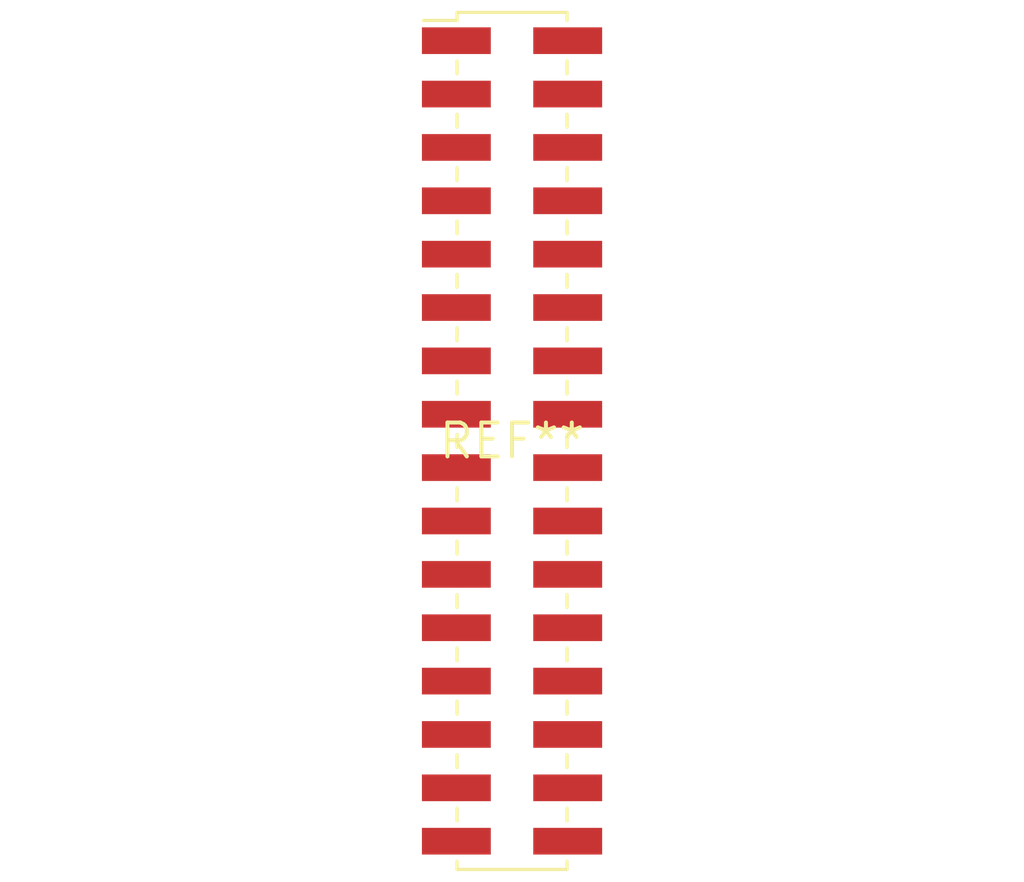
<source format=kicad_pcb>
(kicad_pcb (version 20240108) (generator pcbnew)
  (layers (0 "F.Cu" signal) (31 "B.Cu" signal) (34 "B.Paste" user) (35 "F.Paste" user) (36 "B.SilkS" user "B.Silkscreen") (37 "F.SilkS" user "F.Silkscreen") (38 "B.Mask" user) (39 "F.Mask" user) (44 "Edge.Cuts" user))
  (net 0 "")
  (footprint "PinHeader_2x16_P2.00mm_Vertical_SMD" (layer "F.Cu") (at 0 0)
    (property "Reference" "REF**")
    (property "Value" "PinHeader_2x16_P2.00mm_Vertical_SMD")
    (fp_line (start -3.315 -15.76) (end -2.06 -15.76) (layer "F.SilkS") (stroke (width 0.12)))
    (fp_line (start -2.06 -16.06) (end -2.06 -15.76) (layer "F.SilkS") (stroke (width 0.12)))
    (fp_line (start -2.06 -16.06) (end 2.06 -16.06) (layer "F.SilkS") (stroke (width 0.12)))
    (fp_line (start -2.06 -14.24) (end -2.06 -13.76) (layer "F.SilkS") (stroke (width 0.12)))
    (fp_line (start -2.06 -12.24) (end -2.06 -11.76) (layer "F.SilkS") (stroke (width 0.12)))
    (fp_line (start -2.06 -10.24) (end -2.06 -9.76) (layer "F.SilkS") (stroke (width 0.12)))
    (fp_line (start -2.06 -8.24) (end -2.06 -7.76) (layer "F.SilkS") (stroke (width 0.12)))
    (fp_line (start -2.06 -6.24) (end -2.06 -5.76) (layer "F.SilkS") (stroke (width 0.12)))
    (fp_line (start -2.06 -4.24) (end -2.06 -3.76) (layer "F.SilkS") (stroke (width 0.12)))
    (fp_line (start -2.06 -2.24) (end -2.06 -1.76) (layer "F.SilkS") (stroke (width 0.12)))
    (fp_line (start -2.06 -0.24) (end -2.06 0.24) (layer "F.SilkS") (stroke (width 0.12)))
    (fp_line (start -2.06 1.76) (end -2.06 2.24) (layer "F.SilkS") (stroke (width 0.12)))
    (fp_line (start -2.06 3.76) (end -2.06 4.24) (layer "F.SilkS") (stroke (width 0.12)))
    (fp_line (start -2.06 5.76) (end -2.06 6.24) (layer "F.SilkS") (stroke (width 0.12)))
    (fp_line (start -2.06 7.76) (end -2.06 8.24) (layer "F.SilkS") (stroke (width 0.12)))
    (fp_line (start -2.06 9.76) (end -2.06 10.24) (layer "F.SilkS") (stroke (width 0.12)))
    (fp_line (start -2.06 11.76) (end -2.06 12.24) (layer "F.SilkS") (stroke (width 0.12)))
    (fp_line (start -2.06 13.76) (end -2.06 14.24) (layer "F.SilkS") (stroke (width 0.12)))
    (fp_line (start -2.06 15.76) (end -2.06 16.06) (layer "F.SilkS") (stroke (width 0.12)))
    (fp_line (start -2.06 16.06) (end 2.06 16.06) (layer "F.SilkS") (stroke (width 0.12)))
    (fp_line (start 2.06 -16.06) (end 2.06 -15.76) (layer "F.SilkS") (stroke (width 0.12)))
    (fp_line (start 2.06 -14.24) (end 2.06 -13.76) (layer "F.SilkS") (stroke (width 0.12)))
    (fp_line (start 2.06 -12.24) (end 2.06 -11.76) (layer "F.SilkS") (stroke (width 0.12)))
    (fp_line (start 2.06 -10.24) (end 2.06 -9.76) (layer "F.SilkS") (stroke (width 0.12)))
    (fp_line (start 2.06 -8.24) (end 2.06 -7.76) (layer "F.SilkS") (stroke (width 0.12)))
    (fp_line (start 2.06 -6.24) (end 2.06 -5.76) (layer "F.SilkS") (stroke (width 0.12)))
    (fp_line (start 2.06 -4.24) (end 2.06 -3.76) (layer "F.SilkS") (stroke (width 0.12)))
    (fp_line (start 2.06 -2.24) (end 2.06 -1.76) (layer "F.SilkS") (stroke (width 0.12)))
    (fp_line (start 2.06 -0.24) (end 2.06 0.24) (layer "F.SilkS") (stroke (width 0.12)))
    (fp_line (start 2.06 1.76) (end 2.06 2.24) (layer "F.SilkS") (stroke (width 0.12)))
    (fp_line (start 2.06 3.76) (end 2.06 4.24) (layer "F.SilkS") (stroke (width 0.12)))
    (fp_line (start 2.06 5.76) (end 2.06 6.24) (layer "F.SilkS") (stroke (width 0.12)))
    (fp_line (start 2.06 7.76) (end 2.06 8.24) (layer "F.SilkS") (stroke (width 0.12)))
    (fp_line (start 2.06 9.76) (end 2.06 10.24) (layer "F.SilkS") (stroke (width 0.12)))
    (fp_line (start 2.06 11.76) (end 2.06 12.24) (layer "F.SilkS") (stroke (width 0.12)))
    (fp_line (start 2.06 13.76) (end 2.06 14.24) (layer "F.SilkS") (stroke (width 0.12)))
    (fp_line (start 2.06 15.76) (end 2.06 16.06) (layer "F.SilkS") (stroke (width 0.12)))
    (pad "1" smd rect (at -2.085 -15) (size 2.58 1) (layers "F.Cu" "F.Paste" "F.Mask"))
    (pad "2" smd rect (at 2.085 -15) (size 2.58 1) (layers "F.Cu" "F.Paste" "F.Mask"))
    (pad "3" smd rect (at -2.085 -13) (size 2.58 1) (layers "F.Cu" "F.Paste" "F.Mask"))
    (pad "4" smd rect (at 2.085 -13) (size 2.58 1) (layers "F.Cu" "F.Paste" "F.Mask"))
    (pad "5" smd rect (at -2.085 -11) (size 2.58 1) (layers "F.Cu" "F.Paste" "F.Mask"))
    (pad "6" smd rect (at 2.085 -11) (size 2.58 1) (layers "F.Cu" "F.Paste" "F.Mask"))
    (pad "7" smd rect (at -2.085 -9) (size 2.58 1) (layers "F.Cu" "F.Paste" "F.Mask"))
    (pad "8" smd rect (at 2.085 -9) (size 2.58 1) (layers "F.Cu" "F.Paste" "F.Mask"))
    (pad "9" smd rect (at -2.085 -7) (size 2.58 1) (layers "F.Cu" "F.Paste" "F.Mask"))
    (pad "10" smd rect (at 2.085 -7) (size 2.58 1) (layers "F.Cu" "F.Paste" "F.Mask"))
    (pad "11" smd rect (at -2.085 -5) (size 2.58 1) (layers "F.Cu" "F.Paste" "F.Mask"))
    (pad "12" smd rect (at 2.085 -5) (size 2.58 1) (layers "F.Cu" "F.Paste" "F.Mask"))
    (pad "13" smd rect (at -2.085 -3) (size 2.58 1) (layers "F.Cu" "F.Paste" "F.Mask"))
    (pad "14" smd rect (at 2.085 -3) (size 2.58 1) (layers "F.Cu" "F.Paste" "F.Mask"))
    (pad "15" smd rect (at -2.085 -1) (size 2.58 1) (layers "F.Cu" "F.Paste" "F.Mask"))
    (pad "16" smd rect (at 2.085 -1) (size 2.58 1) (layers "F.Cu" "F.Paste" "F.Mask"))
    (pad "17" smd rect (at -2.085 1) (size 2.58 1) (layers "F.Cu" "F.Paste" "F.Mask"))
    (pad "18" smd rect (at 2.085 1) (size 2.58 1) (layers "F.Cu" "F.Paste" "F.Mask"))
    (pad "19" smd rect (at -2.085 3) (size 2.58 1) (layers "F.Cu" "F.Paste" "F.Mask"))
    (pad "20" smd rect (at 2.085 3) (size 2.58 1) (layers "F.Cu" "F.Paste" "F.Mask"))
    (pad "21" smd rect (at -2.085 5) (size 2.58 1) (layers "F.Cu" "F.Paste" "F.Mask"))
    (pad "22" smd rect (at 2.085 5) (size 2.58 1) (layers "F.Cu" "F.Paste" "F.Mask"))
    (pad "23" smd rect (at -2.085 7) (size 2.58 1) (layers "F.Cu" "F.Paste" "F.Mask"))
    (pad "24" smd rect (at 2.085 7) (size 2.58 1) (layers "F.Cu" "F.Paste" "F.Mask"))
    (pad "25" smd rect (at -2.085 9) (size 2.58 1) (layers "F.Cu" "F.Paste" "F.Mask"))
    (pad "26" smd rect (at 2.085 9) (size 2.58 1) (layers "F.Cu" "F.Paste" "F.Mask"))
    (pad "27" smd rect (at -2.085 11) (size 2.58 1) (layers "F.Cu" "F.Paste" "F.Mask"))
    (pad "28" smd rect (at 2.085 11) (size 2.58 1) (layers "F.Cu" "F.Paste" "F.Mask"))
    (pad "29" smd rect (at -2.085 13) (size 2.58 1) (layers "F.Cu" "F.Paste" "F.Mask"))
    (pad "30" smd rect (at 2.085 13) (size 2.58 1) (layers "F.Cu" "F.Paste" "F.Mask"))
    (pad "31" smd rect (at -2.085 15) (size 2.58 1) (layers "F.Cu" "F.Paste" "F.Mask"))
    (pad "32" smd rect (at 2.085 15) (size 2.58 1) (layers "F.Cu" "F.Paste" "F.Mask"))
  )
)
</source>
